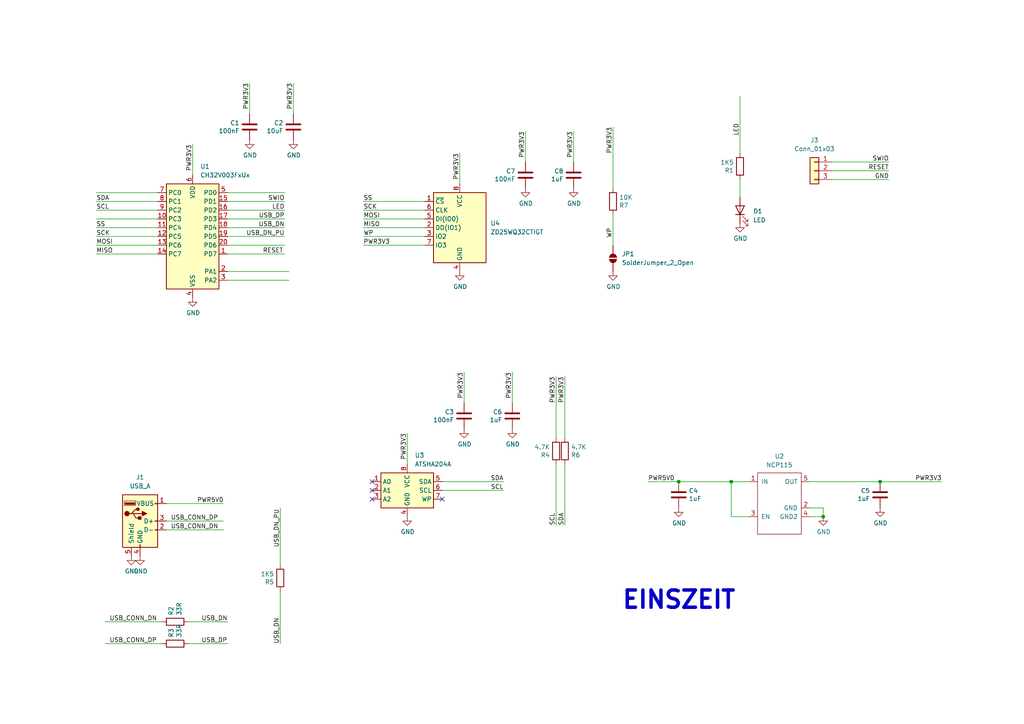
<source format=kicad_sch>
(kicad_sch (version 20231120) (generator "eeschema") (generator_version "8.0")
  (paper "A4")
  (title_block (title "Einszeit") (date "2025-08-04") (rev "V0") (company "Copyright © 2025 Lone Dynamics Corporation"))
  (lib_symbols
    (symbol "Connector:USB_A" (pin_names (offset 1.016))
      (property "Reference" "J" (at -5.08 11.43 0))
      (property "Value" "USB_A" (at -5.08 8.89 0))
      (symbol "USB_A_0_1"
        (rectangle (start -5.08 -7.62) (end 5.08 7.62) (stroke (width 0.254)) (fill (type background)))
        (circle (center -3.81 2.159) (radius 0.635) (stroke (width 0.254)) (fill (type outline)))
        (rectangle (start -1.524 4.826) (end -4.318 5.334) (fill (type outline)))
        (rectangle (start -1.27 4.572) (end -4.572 5.842))
        (circle (center -0.635 3.429) (radius 0.381) (stroke (width 0.254)) (fill (type outline)))
        (rectangle (start -0.127 -7.62) (end 0.127 -6.858))
        (polyline (pts (xy -3.175 2.159) (xy -2.54 2.159) (xy -1.27 3.429) (xy -0.635 3.429)) (stroke (width 0.254)))
        (polyline (pts (xy -2.54 2.159) (xy -1.905 2.159) (xy -1.27 0.889) (xy 0 0.889)) (stroke (width 0.254)))
        (polyline (pts (xy 0.635 2.794) (xy 0.635 1.524) (xy 1.905 2.159) (xy 0.635 2.794)) (stroke (width 0.254)) (fill (type outline)))
        (rectangle (start 0.254 1.27) (end -0.508 0.508) (stroke (width 0.254)) (fill (type outline)))
        (rectangle (start 5.08 -2.667) (end 4.318 -2.413))
        (rectangle (start 5.08 -0.127) (end 4.318 0.127))
        (rectangle (start 5.08 4.953) (end 4.318 5.207))
      )
      (symbol "USB_A_1_1"
        (polyline (pts (xy -1.905 2.159) (xy 0.635 2.159)) (stroke (width 0.254)))
        (pin power_in line (at 7.62 5.08 180) (length 2.54) (name "VBUS") (number "1"))
        (pin bidirectional line (at 7.62 -2.54 180) (length 2.54) (name "D-") (number "2"))
        (pin bidirectional line (at 7.62 0 180) (length 2.54) (name "D+") (number "3"))
        (pin power_in line (at 0 -10.16 90) (length 2.54) (name "GND") (number "4"))
        (pin passive line (at -2.54 -10.16 90) (length 2.54) (name "Shield") (number "5"))
      )
    )
    (symbol "Connector_Generic:Conn_01x03" (pin_names (offset 1.016) hide)
      (property "Reference" "J" (at 0 5.08 0))
      (property "Value" "Conn_01x03" (at 0 -5.08 0))
      (symbol "Conn_01x03_1_1"
        (rectangle (start -1.27 -2.413) (end 0 -2.667) (stroke (width 0.1524)))
        (rectangle (start -1.27 0.127) (end 0 -0.127) (stroke (width 0.1524)))
        (rectangle (start -1.27 2.667) (end 0 2.413) (stroke (width 0.1524)))
        (rectangle (start -1.27 3.81) (end 1.27 -3.81) (stroke (width 0.254)) (fill (type background)))
        (pin passive line (at -5.08 2.54 0) (length 3.81) (name "Pin_1") (number "1"))
        (pin passive line (at -5.08 0 0) (length 3.81) (name "Pin_2") (number "2"))
        (pin passive line (at -5.08 -2.54 0) (length 3.81) (name "Pin_3") (number "3"))
      )
    )
    (symbol "Device:C" (pin_numbers hide) (pin_names (offset 0.254))
      (property "Reference" "C" (at 0.635 2.54 0))
      (property "Value" "C" (at 0.635 -2.54 0))
      (symbol "C_0_1"
        (polyline (pts (xy -2.032 -0.762) (xy 2.032 -0.762)) (stroke (width 0.508)))
        (polyline (pts (xy -2.032 0.762) (xy 2.032 0.762)) (stroke (width 0.508)))
      )
      (symbol "C_1_1"
        (pin passive line (at 0 3.81 270) (length 2.794) (name "~") (number "1"))
        (pin passive line (at 0 -3.81 90) (length 2.794) (name "~") (number "2"))
      )
    )
    (symbol "Device:LED" (pin_numbers hide) (pin_names (offset 1.016) hide)
      (property "Reference" "D" (at 0 2.54 0))
      (property "Value" "LED" (at 0 -2.54 0))
      (symbol "LED_0_1"
        (polyline (pts (xy -1.27 -1.27) (xy -1.27 1.27)) (stroke (width 0.254)))
        (polyline (pts (xy -1.27 0) (xy 1.27 0)))
        (polyline (pts (xy 1.27 -1.27) (xy 1.27 1.27) (xy -1.27 0) (xy 1.27 -1.27)) (stroke (width 0.254)))
        (polyline (pts (xy -3.048 -0.762) (xy -4.572 -2.286) (xy -3.81 -2.286) (xy -4.572 -2.286) (xy -4.572 -1.524)))
        (polyline (pts (xy -1.778 -0.762) (xy -3.302 -2.286) (xy -2.54 -2.286) (xy -3.302 -2.286) (xy -3.302 -1.524)))
      )
      (symbol "LED_1_1"
        (pin passive line (at -3.81 0 0) (length 2.54) (name "K") (number "1"))
        (pin passive line (at 3.81 0 180) (length 2.54) (name "A") (number "2"))
      )
    )
    (symbol "Device:R" (pin_numbers hide) (pin_names (offset 0))
      (property "Reference" "R" (at 2.032 0 90))
      (property "Value" "R" (at 0 0 90))
      (symbol "R_0_1"
        (rectangle (start -1.016 -2.54) (end 1.016 2.54) (stroke (width 0.254)))
      )
      (symbol "R_1_1"
        (pin passive line (at 0 3.81 270) (length 1.27) (name "~") (number "1"))
        (pin passive line (at 0 -3.81 90) (length 1.27) (name "~") (number "2"))
      )
    )
    (symbol "Jumper:SolderJumper_2_Open" (pin_numbers hide) (pin_names (offset 0) hide) (exclude_from_sim yes) (in_bom no)
      (property "Reference" "JP" (at 0 2.032 0))
      (property "Value" "SolderJumper_2_Open" (at 0 -2.54 0))
      (symbol "SolderJumper_2_Open_0_1"
        (arc (start -0.254 1.016) (mid -1.2656 0) (end -0.254 -1.016))
        (arc (start -0.254 1.016) (mid -1.2656 0) (end -0.254 -1.016) (fill (type outline)))
        (polyline (pts (xy -0.254 1.016) (xy -0.254 -1.016)))
        (polyline (pts (xy 0.254 1.016) (xy 0.254 -1.016)))
        (arc (start 0.254 -1.016) (mid 1.2656 0) (end 0.254 1.016))
        (arc (start 0.254 -1.016) (mid 1.2656 0) (end 0.254 1.016) (fill (type outline)))
      )
      (symbol "SolderJumper_2_Open_1_1"
        (pin passive line (at -3.81 0 0) (length 2.54) (name "A") (number "1"))
        (pin passive line (at 3.81 0 180) (length 2.54) (name "B") (number "2"))
      )
    )
    (symbol "MCU_WCH_CH32V0:CH32V003FxUx"
      (property "Reference" "U" (at -7.62 17.78 0))
      (property "Value" "CH32V003FxUx" (at 7.62 17.78 0))
      (symbol "CH32V003FxUx_1_1"
        (rectangle (start -7.62 15.24) (end 7.62 -15.24) (stroke (width 0.254)) (fill (type background)))
        (pin bidirectional line (at 10.16 -5.08 180) (length 2.54) (name "PD7") (number "1"))
        (pin bidirectional line (at -10.16 5.08 0) (length 2.54) (name "PC3") (number "10"))
        (pin bidirectional line (at -10.16 2.54 0) (length 2.54) (name "PC4") (number "11"))
        (pin bidirectional line (at -10.16 0 0) (length 2.54) (name "PC5") (number "12"))
        (pin bidirectional line (at -10.16 -2.54 0) (length 2.54) (name "PC6") (number "13"))
        (pin bidirectional line (at -10.16 -5.08 0) (length 2.54) (name "PC7") (number "14"))
        (pin bidirectional line (at 10.16 10.16 180) (length 2.54) (name "PD1") (number "15"))
        (pin bidirectional line (at 10.16 7.62 180) (length 2.54) (name "PD2") (number "16"))
        (pin bidirectional line (at 10.16 5.08 180) (length 2.54) (name "PD3") (number "17"))
        (pin bidirectional line (at 10.16 2.54 180) (length 2.54) (name "PD4") (number "18"))
        (pin bidirectional line (at 10.16 0 180) (length 2.54) (name "PD5") (number "19"))
        (pin bidirectional line (at 10.16 -10.16 180) (length 2.54) (name "PA1") (number "2"))
        (pin bidirectional line (at 10.16 -2.54 180) (length 2.54) (name "PD6") (number "20"))
        (pin passive line (at 0 -17.78 90) (length 2.54) hide (name "VSS") (number "21"))
        (pin bidirectional line (at 10.16 -12.7 180) (length 2.54) (name "PA2") (number "3"))
        (pin power_in line (at 0 -17.78 90) (length 2.54) (name "VSS") (number "4"))
        (pin bidirectional line (at 10.16 12.7 180) (length 2.54) (name "PD0") (number "5"))
        (pin power_in line (at 0 17.78 270) (length 2.54) (name "VDD") (number "6"))
        (pin bidirectional line (at -10.16 12.7 0) (length 2.54) (name "PC0") (number "7"))
        (pin bidirectional line (at -10.16 10.16 0) (length 2.54) (name "PC1") (number "8"))
        (pin bidirectional line (at -10.16 7.62 0) (length 2.54) (name "PC2") (number "9"))
      )
    )
    (symbol "Memory_EEPROM:24LC00"
      (property "Reference" "U" (at -6.35 6.35 0))
      (property "Value" "24LC00" (at 1.27 6.35 0))
      (symbol "24LC00_1_1"
        (rectangle (start -7.62 5.08) (end 7.62 -5.08) (stroke (width 0.254)) (fill (type background)))
        (pin input line (at -10.16 2.54 0) (length 2.54) (name "A0") (number "1"))
        (pin input line (at -10.16 0 0) (length 2.54) (name "A1") (number "2"))
        (pin input line (at -10.16 -2.54 0) (length 2.54) (name "A2") (number "3"))
        (pin power_in line (at 0 -7.62 90) (length 2.54) (name "GND") (number "4"))
        (pin bidirectional line (at 10.16 2.54 180) (length 2.54) (name "SDA") (number "5"))
        (pin input line (at 10.16 0 180) (length 2.54) (name "SCL") (number "6"))
        (pin input line (at 10.16 -2.54 180) (length 2.54) (name "WP") (number "7"))
        (pin power_in line (at 0 7.62 270) (length 2.54) (name "VCC") (number "8"))
      )
    )
    (symbol "Memory_Flash:W25Q32JVSS"
      (property "Reference" "U" (at -6.35 11.43 0))
      (property "Value" "W25Q32JVSS" (at 7.62 11.43 0))
      (symbol "W25Q32JVSS_0_1"
        (rectangle (start -7.62 10.16) (end 7.62 -10.16) (stroke (width 0.254)) (fill (type background)))
      )
      (symbol "W25Q32JVSS_1_1"
        (pin input line (at -10.16 7.62 0) (length 2.54) (name "~{CS}") (number "1"))
        (pin bidirectional line (at -10.16 0 0) (length 2.54) (name "DO(IO1)") (number "2"))
        (pin bidirectional line (at -10.16 -2.54 0) (length 2.54) (name "IO2") (number "3"))
        (pin power_in line (at 0 -12.7 90) (length 2.54) (name "GND") (number "4"))
        (pin bidirectional line (at -10.16 2.54 0) (length 2.54) (name "DI(IO0)") (number "5"))
        (pin input line (at -10.16 5.08 0) (length 2.54) (name "CLK") (number "6"))
        (pin bidirectional line (at -10.16 -5.08 0) (length 2.54) (name "IO3") (number "7"))
        (pin power_in line (at 0 12.7 270) (length 2.54) (name "VCC") (number "8"))
      )
    )
    (symbol "ld-power:NCP115" (pin_names (offset 1.016))
      (property "Reference" "U" (at 0 3.81 0))
      (property "Value" "NCP115" (at 0 -3.81 0))
      (symbol "NCP115_0_1"
        (rectangle (start -6.35 2.54) (end 6.35 -15.24))
      )
      (symbol "NCP115_1_1"
        (pin bidirectional line (at -8.89 0 0) (length 2.54) (name "IN") (number "1"))
        (pin bidirectional line (at 8.89 -7.62 180) (length 2.54) (name "GND") (number "2"))
        (pin bidirectional line (at -8.89 -10.16 0) (length 2.54) (name "EN") (number "3"))
        (pin bidirectional line (at 8.89 -10.16 180) (length 2.54) (name "GND2") (number "4"))
        (pin bidirectional line (at 8.89 0 180) (length 2.54) (name "OUT") (number "5"))
      )
    )
    (symbol "power:GND" (power) (pin_names (offset 0))
      (property "Value" "GND" (at 0 -3.81 0))
      (symbol "GND_0_1"
        (polyline (pts (xy 0 0) (xy 0 -1.27) (xy 1.27 -1.27) (xy 0 -2.54) (xy -1.27 -1.27) (xy 0 -1.27)))
      )
      (symbol "GND_1_1"
        (pin power_in line (at 0 0 270) (length 0) hide (name "GND") (number "1"))
      )
    )
  )
  (junction (at 255.27 139.7))
  (junction (at 212.09 139.7))
  (junction (at 238.76 149.86))
  (junction (at 196.85 139.7))
  (no_connect (at 107.95 139.7))
  (no_connect (at 107.95 142.24))
  (no_connect (at 128.27 144.78))
  (no_connect (at 107.95 144.78))
  (wire (pts (xy 27.94 73.66) (xy 45.72 73.66)))
  (wire (pts (xy 66.04 68.58) (xy 82.55 68.58)))
  (wire (pts (xy 27.94 63.5) (xy 45.72 63.5)))
  (wire (pts (xy 27.94 58.42) (xy 45.72 58.42)))
  (wire (pts (xy 48.26 151.13) (xy 64.77 151.13)))
  (wire (pts (xy 241.3 46.99) (xy 257.81 46.99)))
  (wire (pts (xy 214.63 44.45) (xy 214.63 27.94)))
  (wire (pts (xy 30.48 186.69) (xy 46.99 186.69)))
  (wire (pts (xy 105.41 68.58) (xy 123.19 68.58)))
  (wire (pts (xy 255.27 139.7) (xy 234.95 139.7)))
  (wire (pts (xy 234.95 149.86) (xy 238.76 149.86)))
  (wire (pts (xy 241.3 52.07) (xy 257.81 52.07)))
  (wire (pts (xy 161.29 109.22) (xy 161.29 127)))
  (wire (pts (xy 27.94 60.96) (xy 45.72 60.96)))
  (wire (pts (xy 133.35 53.34) (xy 133.35 44.45)))
  (wire (pts (xy 163.83 109.22) (xy 163.83 127)))
  (wire (pts (xy 66.04 63.5) (xy 82.55 63.5)))
  (wire (pts (xy 30.48 180.34) (xy 46.99 180.34)))
  (wire (pts (xy 81.28 163.83) (xy 81.28 147.32)))
  (wire (pts (xy 54.61 186.69) (xy 66.04 186.69)))
  (wire (pts (xy 134.62 116.84) (xy 134.62 107.95)))
  (wire (pts (xy 66.04 78.74) (xy 83.82 78.74)))
  (wire (pts (xy 255.27 139.7) (xy 273.05 139.7)))
  (wire (pts (xy 196.85 139.7) (xy 212.09 139.7)))
  (wire (pts (xy 72.39 33.02) (xy 72.39 24.13)))
  (wire (pts (xy 81.28 186.69) (xy 81.28 171.45)))
  (wire (pts (xy 238.76 147.32) (xy 238.76 149.86)))
  (wire (pts (xy 148.59 116.84) (xy 148.59 107.95)))
  (wire (pts (xy 128.27 142.24) (xy 146.05 142.24)))
  (wire (pts (xy 212.09 149.86) (xy 212.09 139.7)))
  (wire (pts (xy 152.4 46.99) (xy 152.4 38.1)))
  (wire (pts (xy 66.04 60.96) (xy 82.55 60.96)))
  (wire (pts (xy 66.04 71.12) (xy 82.55 71.12)))
  (wire (pts (xy 128.27 139.7) (xy 146.05 139.7)))
  (wire (pts (xy 187.96 139.7) (xy 196.85 139.7)))
  (wire (pts (xy 27.94 71.12) (xy 45.72 71.12)))
  (wire (pts (xy 27.94 68.58) (xy 45.72 68.58)))
  (wire (pts (xy 27.94 55.88) (xy 45.72 55.88)))
  (wire (pts (xy 177.8 71.12) (xy 177.8 62.23)))
  (wire (pts (xy 177.8 36.83) (xy 177.8 54.61)))
  (wire (pts (xy 241.3 49.53) (xy 257.81 49.53)))
  (wire (pts (xy 105.41 66.04) (xy 123.19 66.04)))
  (wire (pts (xy 105.41 63.5) (xy 123.19 63.5)))
  (wire (pts (xy 48.26 146.05) (xy 64.77 146.05)))
  (wire (pts (xy 54.61 180.34) (xy 66.04 180.34)))
  (wire (pts (xy 105.41 58.42) (xy 123.19 58.42)))
  (wire (pts (xy 66.04 73.66) (xy 82.55 73.66)))
  (wire (pts (xy 212.09 139.7) (xy 217.17 139.7)))
  (wire (pts (xy 166.37 46.99) (xy 166.37 38.1)))
  (wire (pts (xy 48.26 153.67) (xy 64.77 153.67)))
  (wire (pts (xy 105.41 71.12) (xy 123.19 71.12)))
  (wire (pts (xy 27.94 66.04) (xy 45.72 66.04)))
  (wire (pts (xy 66.04 58.42) (xy 82.55 58.42)))
  (wire (pts (xy 118.11 134.62) (xy 118.11 125.73)))
  (wire (pts (xy 55.88 50.8) (xy 55.88 41.91)))
  (wire (pts (xy 85.09 33.02) (xy 85.09 24.13)))
  (wire (pts (xy 66.04 81.28) (xy 83.82 81.28)))
  (wire (pts (xy 234.95 147.32) (xy 238.76 147.32)))
  (wire (pts (xy 214.63 52.07) (xy 214.63 57.15)))
  (wire (pts (xy 66.04 55.88) (xy 82.55 55.88)))
  (wire (pts (xy 105.41 60.96) (xy 123.19 60.96)))
  (wire (pts (xy 66.04 66.04) (xy 82.55 66.04)))
  (wire (pts (xy 217.17 149.86) (xy 212.09 149.86)))
  (wire (pts (xy 163.83 134.62) (xy 163.83 152.4)))
  (wire (pts (xy 161.29 134.62) (xy 161.29 152.4)))
  (text "EINSZEIT" (at 180.086 177.038 0) (effects (font (size 5 5) (thickness 1) (bold yes)) (justify left bottom)))
  (label "SDA" (at 27.94 58.42 0))
  (label "USB_CONN_DN" (at 31.75 180.34 0))
  (label "USB_DP" (at 58.42 186.69 0))
  (label "SDA" (at 146.05 139.7 180))
  (label "SCK" (at 105.41 60.96 0))
  (label "PWR3V3" (at 118.11 133.35 90))
  (label "SS" (at 27.94 66.04 0))
  (label "PWR3V3" (at 152.4 38.1 270))
  (label "RESET" (at 76.2 73.66 0))
  (label "PWR5V0" (at 187.96 139.7 0))
  (label "SWIO" (at 257.81 46.99 180))
  (label "PWR3V3" (at 134.62 107.95 270))
  (label "USB_CONN_DN" (at 49.53 153.67 0))
  (label "SCL" (at 27.94 60.96 0))
  (label "PWR3V3" (at 177.8 36.83 270))
  (label "PWR5V0" (at 57.15 146.05 0))
  (label "SCK" (at 27.94 68.58 0))
  (label "MOSI" (at 27.94 71.12 0))
  (label "WP" (at 105.41 68.58 0))
  (label "SCL" (at 161.29 152.4 90))
  (label "USB_DN" (at 82.55 66.04 180))
  (label "PWR3V3" (at 161.29 109.22 270))
  (label "USB_DN" (at 81.28 186.69 90))
  (label "USB_DN_PU" (at 82.55 68.58 180))
  (label "LED" (at 214.63 39.37 90))
  (label "USB_DP" (at 82.55 63.5 180))
  (label "USB_DN" (at 58.42 180.34 0))
  (label "USB_DN_PU" (at 81.28 158.75 90))
  (label "GND" (at 257.81 52.07 180))
  (label "USB_CONN_DP" (at 49.53 151.13 0))
  (label "SWIO" (at 82.55 58.42 180))
  (label "SS" (at 105.41 58.42 0))
  (label "PWR3V3" (at 166.37 38.1 270))
  (label "PWR3V3" (at 72.39 31.75 90))
  (label "USB_CONN_DP" (at 31.75 186.69 0))
  (label "PWR3V3" (at 133.35 44.45 270))
  (label "SDA" (at 163.83 152.4 90))
  (label "LED" (at 82.55 60.96 180))
  (label "PWR3V3" (at 265.43 139.7 0))
  (label "RESET" (at 257.81 49.53 180))
  (label "PWR3V3" (at 55.88 41.91 270))
  (label "MISO" (at 105.41 66.04 0))
  (label "PWR3V3" (at 148.59 107.95 270))
  (label "PWR3V3" (at 105.41 71.12 0))
  (label "WP" (at 177.8 66.04 270))
  (label "MOSI" (at 105.41 63.5 0))
  (label "PWR3V3" (at 85.09 31.75 90))
  (label "SCL" (at 146.05 142.24 180))
  (label "PWR3V3" (at 163.83 109.22 270))
  (label "MISO" (at 27.94 73.66 0))
  (symbol (lib_id "power:GND") (at 214.63 64.77 0) (unit 1)
    (property "Reference" "#PWR05" (effects (hide yes)))
    (property "Value" "GND" (at 214.757 69.1642 0))
  )
  (symbol (lib_id "power:GND") (at 133.35 78.74 0) (unit 1)
    (property "Reference" "#PWR16" (effects (hide yes)))
    (property "Value" "GND" (at 133.477 83.1342 0))
  )
  (symbol (lib_id "Connector_Generic:Conn_01x03") (at 236.22 49.53 0) (mirror y) (unit 1)
    (property "Reference" "J3" (at 236.22 40.64 0))
    (property "Value" "Conn_01x03" (at 236.22 43.18 0))
    (property "Footprint" "Connector_PinHeader_2.54mm:PinHeader_1x03_P2.54mm_Vertical" (effects (hide yes)))
    (property "Description" "Generic connector, single row, 01x03, script generated (kicad-library-utils/schlib/autogen/connector/)" (effects (hide yes)))
  )
  (symbol (lib_id "MCU_WCH_CH32V0:CH32V003FxUx") (at 55.88 68.58 0) (unit 1)
    (property "Reference" "U1" (at 58.0741 48.26 0) (effects (justify left)))
    (property "Value" "CH32V003FxUx" (at 58.0741 50.8 0) (effects (justify left)))
    (property "Footprint" "Package_DFN_QFN:QFN-20-1EP_3x3mm_P0.4mm_EP1.65x1.65mm" (effects (hide yes)))
    (property "Datasheet" "https://www.wch-ic.com/products/CH32V003.html" (effects (hide yes)))
    (property "Description" "CH32V003 series are industrial-grade general-purpose microcontrollers designed based on 32-bit RISC-V instruction set and architecture. It adopts QingKe V2A core, RV32EC instruction set, and supports 2 levels of interrupt nesting. The series are mounted with rich peripheral interfaces and function modules. Its internal organizational structure meets the low-cost and low-power embedded application scenarios." (effects (hide yes)))
  )
  (symbol (lib_id "Device:C") (at 152.4 50.8 0) (mirror y) (unit 1)
    (property "Reference" "C7" (at 149.479 49.6316 0) (effects (justify left)))
    (property "Value" "100nF" (at 149.479 51.943 0) (effects (justify left)))
    (property "Footprint" "Capacitor_SMD:C_0402_1005Metric" (effects (hide yes)))
  )
  (symbol (lib_id "Device:R") (at 161.29 130.81 180) (unit 1)
    (property "Reference" "R4" (at 159.512 131.9784 0) (effects (justify left)))
    (property "Value" "4.7K" (at 159.512 129.667 0) (effects (justify left)))
    (property "Footprint" "Resistor_SMD:R_0402_1005Metric" (effects (hide yes)))
  )
  (symbol (lib_id "Device:R") (at 50.8 180.34 90) (unit 1)
    (property "Reference" "R2" (at 49.6316 178.562 0) (effects (justify left)))
    (property "Value" "33R" (at 51.943 178.562 0) (effects (justify left)))
    (property "Footprint" "Resistor_SMD:R_0402_1005Metric" (effects (hide yes)))
  )
  (symbol (lib_id "power:GND") (at 85.09 40.64 0) (unit 1)
    (property "Reference" "#PWR06" (effects (hide yes)))
    (property "Value" "GND" (at 85.217 45.0342 0))
  )
  (symbol (lib_id "power:GND") (at 238.76 149.86 0) (unit 1)
    (property "Reference" "#PWR010" (effects (hide yes)))
    (property "Value" "GND" (at 238.887 154.2542 0))
  )
  (symbol (lib_id "Device:C") (at 148.59 120.65 0) (mirror y) (unit 1)
    (property "Reference" "C6" (at 145.669 119.4816 0) (effects (justify left)))
    (property "Value" "1uF" (at 145.669 121.793 0) (effects (justify left)))
    (property "Footprint" "Capacitor_SMD:C_0402_1005Metric" (effects (hide yes)))
  )
  (symbol (lib_id "Device:R") (at 214.63 48.26 180) (unit 1)
    (property "Reference" "R1" (at 212.852 49.4284 0) (effects (justify left)))
    (property "Value" "1K5" (at 212.852 47.117 0) (effects (justify left)))
    (property "Footprint" "Resistor_SMD:R_0402_1005Metric" (effects (hide yes)))
  )
  (symbol (lib_id "Device:C") (at 72.39 36.83 0) (mirror y) (unit 1)
    (property "Reference" "C1" (at 69.469 35.6616 0) (effects (justify left)))
    (property "Value" "100nF" (at 69.469 37.973 0) (effects (justify left)))
    (property "Footprint" "Capacitor_SMD:C_0402_1005Metric" (effects (hide yes)))
  )
  (symbol (lib_id "ld-power:NCP115") (at 226.06 139.7 0) (unit 1)
    (property "Reference" "U2" (at 226.06 132.334 0))
    (property "Value" "NCP115" (at 226.06 134.874 0))
    (property "Footprint" "Package_SO:TSOP-5_1.65x3.05mm_P0.95mm" (effects (hide yes)))
  )
  (symbol (lib_id "power:GND") (at 152.4 54.61 0) (unit 1)
    (property "Reference" "#PWR13" (effects (hide yes)))
    (property "Value" "GND" (at 152.527 59.0042 0))
  )
  (symbol (lib_id "Memory_Flash:W25Q32JVSS") (at 133.35 66.04 0) (unit 1)
    (property "Reference" "U4" (at 142.24 64.7699 0) (effects (justify left)))
    (property "Value" "ZD25WQ32CTIGT" (at 142.24 67.3099 0) (effects (justify left)))
    (property "Footprint" "Package_SO:SOP-8_3.9x4.9mm_P1.27mm" (effects (hide yes)))
    (property "Datasheet" "http://www.winbond.com/resource-files/w25q32jv%20revg%2003272018%20plus.pdf" (effects (hide yes)))
    (property "Description" "32Mb Serial Flash Memory, Standard/Dual/Quad SPI, SOIC-8" (effects (hide yes)))
  )
  (symbol (lib_id "Device:R") (at 163.83 130.81 0) (mirror x) (unit 1)
    (property "Reference" "R6" (at 165.608 131.9784 0) (effects (justify left)))
    (property "Value" "4.7K" (at 165.608 129.667 0) (effects (justify left)))
    (property "Footprint" "Resistor_SMD:R_0402_1005Metric" (effects (hide yes)))
  )
  (symbol (lib_id "power:GND") (at 40.64 161.29 0) (unit 1)
    (property "Reference" "#PWR03" (effects (hide yes)))
    (property "Value" "GND" (at 40.767 165.6842 0))
  )
  (symbol (lib_id "power:GND") (at 177.8 78.74 0) (unit 1)
    (property "Reference" "#PWR14" (effects (hide yes)))
    (property "Value" "GND" (at 177.927 83.1342 0))
  )
  (symbol (lib_id "Memory_EEPROM:24LC00") (at 118.11 142.24 0) (unit 1)
    (property "Reference" "U3" (at 120.3041 132.08 0) (effects (justify left)))
    (property "Value" "ATSHA204A" (at 120.3041 134.62 0) (effects (justify left)))
    (property "Footprint" "Package_SO:SOIC-8_3.9x4.9mm_P1.27mm" (effects (hide yes)))
    (property "Datasheet" "http://ww1.microchip.com/downloads/en/DeviceDoc/21178G.pdf" (effects (hide yes)))
    (property "Description" "I2C Serial EEPROM, 128 Bits, DIP-8/SOIC-8/TSSOP-8/DFN-8" (effects (hide yes)))
  )
  (symbol (lib_id "power:GND") (at 55.88 86.36 0) (unit 1)
    (property "Reference" "#PWR02" (effects (hide yes)))
    (property "Value" "GND" (at 56.007 90.7542 0))
  )
  (symbol (lib_id "Device:C") (at 85.09 36.83 0) (mirror y) (unit 1)
    (property "Reference" "C2" (at 82.169 35.6616 0) (effects (justify left)))
    (property "Value" "10uF" (at 82.169 37.973 0) (effects (justify left)))
    (property "Footprint" "Capacitor_SMD:C_0402_1005Metric" (effects (hide yes)))
  )
  (symbol (lib_id "power:GND") (at 166.37 54.61 0) (unit 1)
    (property "Reference" "#PWR15" (effects (hide yes)))
    (property "Value" "GND" (at 166.497 59.0042 0))
  )
  (symbol (lib_id "Connector:USB_A") (at 40.64 151.13 0) (unit 1)
    (property "Reference" "J1" (at 40.64 138.43 0))
    (property "Value" "USB_A" (at 40.64 140.97 0))
    (property "Footprint" "Connector_USB:USB_A_CNCTech_1001-011-01101_Horizontal" (effects (hide yes)))
    (property "Description" "USB Type A connector" (effects (hide yes)))
  )
  (symbol (lib_id "power:GND") (at 72.39 40.64 0) (unit 1)
    (property "Reference" "#PWR04" (effects (hide yes)))
    (property "Value" "GND" (at 72.517 45.0342 0))
  )
  (symbol (lib_id "Device:R") (at 81.28 167.64 180) (unit 1)
    (property "Reference" "R5" (at 79.502 168.8084 0) (effects (justify left)))
    (property "Value" "1K5" (at 79.502 166.497 0) (effects (justify left)))
    (property "Footprint" "Resistor_SMD:R_0402_1005Metric" (effects (hide yes)))
  )
  (symbol (lib_id "power:GND") (at 196.85 147.32 0) (unit 1)
    (property "Reference" "#PWR09" (effects (hide yes)))
    (property "Value" "GND" (at 196.977 151.7142 0))
  )
  (symbol (lib_id "Jumper:SolderJumper_2_Open") (at 177.8 74.93 90) (unit 1) (exclude_from_sim yes) (in_bom no)
    (property "Reference" "JP1" (at 180.34 73.6599 90) (effects (justify right)))
    (property "Value" "SolderJumper_2_Open" (at 180.34 76.1999 90) (effects (justify right)))
    (property "Footprint" "Jumper:SolderJumper-2_P1.3mm_Open_Pad1.0x1.5mm" (effects (hide yes)))
    (property "Description" "Solder Jumper, 2-pole, open" (effects (hide yes)))
  )
  (symbol (lib_id "power:GND") (at 148.59 124.46 0) (unit 1)
    (property "Reference" "#PWR12" (effects (hide yes)))
    (property "Value" "GND" (at 148.717 128.8542 0))
  )
  (symbol (lib_id "Device:C") (at 255.27 143.51 0) (mirror y) (unit 1)
    (property "Reference" "C5" (at 252.349 142.3416 0) (effects (justify left)))
    (property "Value" "1uF" (at 252.349 144.653 0) (effects (justify left)))
    (property "Footprint" "Capacitor_SMD:C_0402_1005Metric" (effects (hide yes)))
  )
  (symbol (lib_id "Device:C") (at 166.37 50.8 0) (mirror y) (unit 1)
    (property "Reference" "C8" (at 163.449 49.6316 0) (effects (justify left)))
    (property "Value" "1uF" (at 163.449 51.943 0) (effects (justify left)))
    (property "Footprint" "Capacitor_SMD:C_0402_1005Metric" (effects (hide yes)))
  )
  (symbol (lib_id "Device:R") (at 50.8 186.69 90) (unit 1)
    (property "Reference" "R3" (at 49.6316 184.912 0) (effects (justify left)))
    (property "Value" "33R" (at 51.943 184.912 0) (effects (justify left)))
    (property "Footprint" "Resistor_SMD:R_0402_1005Metric" (effects (hide yes)))
  )
  (symbol (lib_id "Device:LED") (at 214.63 60.96 90) (unit 1)
    (property "Reference" "D1" (at 218.44 61.2774 90) (effects (justify right)))
    (property "Value" "LED" (at 218.44 63.8174 90) (effects (justify right)))
    (property "Footprint" "LED_SMD:LED_0603_1608Metric" (effects (hide yes)))
    (property "Description" "Light emitting diode" (effects (hide yes)))
  )
  (symbol (lib_id "Device:C") (at 134.62 120.65 0) (mirror y) (unit 1)
    (property "Reference" "C3" (at 131.699 119.4816 0) (effects (justify left)))
    (property "Value" "100nF" (at 131.699 121.793 0) (effects (justify left)))
    (property "Footprint" "Capacitor_SMD:C_0402_1005Metric" (effects (hide yes)))
  )
  (symbol (lib_id "power:GND") (at 255.27 147.32 0) (unit 1)
    (property "Reference" "#PWR011" (effects (hide yes)))
    (property "Value" "GND" (at 255.397 151.7142 0))
  )
  (symbol (lib_id "power:GND") (at 134.62 124.46 0) (unit 1)
    (property "Reference" "#PWR8" (effects (hide yes)))
    (property "Value" "GND" (at 134.747 128.8542 0))
  )
  (symbol (lib_id "Device:C") (at 196.85 143.51 0) (unit 1)
    (property "Reference" "C4" (at 199.771 142.3416 0) (effects (justify left)))
    (property "Value" "1uF" (at 199.771 144.653 0) (effects (justify left)))
    (property "Footprint" "Capacitor_SMD:C_0402_1005Metric" (effects (hide yes)))
  )
  (symbol (lib_id "power:GND") (at 38.1 161.29 0) (unit 1)
    (property "Reference" "#PWR01" (effects (hide yes)))
    (property "Value" "GND" (at 38.227 165.6842 0))
  )
  (symbol (lib_id "power:GND") (at 118.11 149.86 0) (unit 1)
    (property "Reference" "#PWR7" (effects (hide yes)))
    (property "Value" "GND" (at 118.237 154.2542 0))
  )
  (symbol (lib_id "Device:R") (at 177.8 58.42 0) (mirror x) (unit 1)
    (property "Reference" "R7" (at 179.578 59.5884 0) (effects (justify left)))
    (property "Value" "10K" (at 179.578 57.277 0) (effects (justify left)))
    (property "Footprint" "Resistor_SMD:R_0402_1005Metric" (effects (hide yes)))
  )
)
</source>
